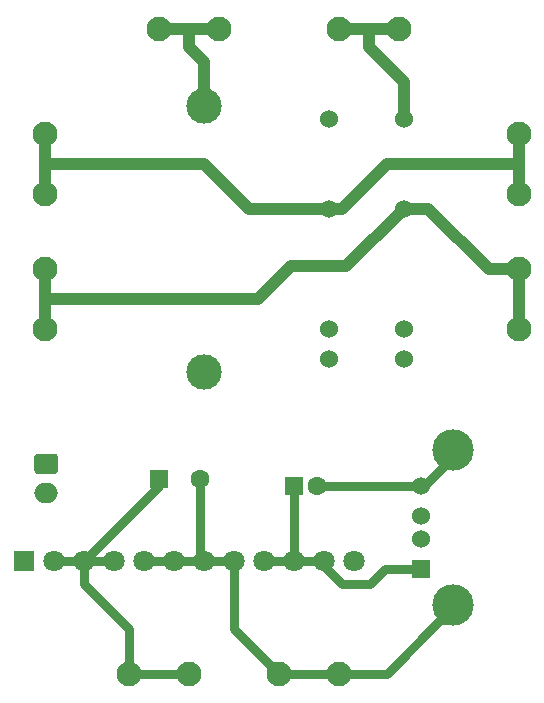
<source format=gbr>
G04 #@! TF.GenerationSoftware,KiCad,Pcbnew,5.1.8*
G04 #@! TF.CreationDate,2021-01-06T23:59:26-05:00*
G04 #@! TF.ProjectId,VoronV0WiringHelper,566f726f-6e56-4305-9769-72696e674865,0*
G04 #@! TF.SameCoordinates,Original*
G04 #@! TF.FileFunction,Copper,L2,Bot*
G04 #@! TF.FilePolarity,Positive*
%FSLAX46Y46*%
G04 Gerber Fmt 4.6, Leading zero omitted, Abs format (unit mm)*
G04 Created by KiCad (PCBNEW 5.1.8) date 2021-01-06 23:59:26*
%MOMM*%
%LPD*%
G01*
G04 APERTURE LIST*
G04 #@! TA.AperFunction,ComponentPad*
%ADD10C,1.800000*%
G04 #@! TD*
G04 #@! TA.AperFunction,ComponentPad*
%ADD11R,1.800000X1.800000*%
G04 #@! TD*
G04 #@! TA.AperFunction,ComponentPad*
%ADD12C,1.524000*%
G04 #@! TD*
G04 #@! TA.AperFunction,ComponentPad*
%ADD13R,1.524000X1.524000*%
G04 #@! TD*
G04 #@! TA.AperFunction,ComponentPad*
%ADD14C,3.500000*%
G04 #@! TD*
G04 #@! TA.AperFunction,ComponentPad*
%ADD15C,2.100000*%
G04 #@! TD*
G04 #@! TA.AperFunction,ComponentPad*
%ADD16R,1.600000X1.600000*%
G04 #@! TD*
G04 #@! TA.AperFunction,ComponentPad*
%ADD17C,1.600000*%
G04 #@! TD*
G04 #@! TA.AperFunction,ComponentPad*
%ADD18O,2.000000X1.700000*%
G04 #@! TD*
G04 #@! TA.AperFunction,ComponentPad*
%ADD19C,3.000000*%
G04 #@! TD*
G04 #@! TA.AperFunction,Conductor*
%ADD20C,1.016000*%
G04 #@! TD*
G04 #@! TA.AperFunction,Conductor*
%ADD21C,0.762000*%
G04 #@! TD*
G04 APERTURE END LIST*
D10*
G04 #@! TO.P,PS1,12*
G04 #@! TO.N,Net-(PS1-Pad12)*
X154940000Y-113665000D03*
G04 #@! TO.P,PS1,11*
G04 #@! TO.N,+5V*
X152400000Y-113665000D03*
G04 #@! TO.P,PS1,10*
X149860000Y-113665000D03*
G04 #@! TO.P,PS1,9*
X147320000Y-113665000D03*
G04 #@! TO.P,PS1,8*
G04 #@! TO.N,GND*
X144780000Y-113665000D03*
G04 #@! TO.P,PS1,7*
X142240000Y-113665000D03*
G04 #@! TO.P,PS1,6*
X139700000Y-113665000D03*
G04 #@! TO.P,PS1,5*
X137160000Y-113665000D03*
G04 #@! TO.P,PS1,4*
G04 #@! TO.N,+24V*
X134620000Y-113665000D03*
G04 #@! TO.P,PS1,3*
X132080000Y-113665000D03*
G04 #@! TO.P,PS1,2*
X129540000Y-113665000D03*
D11*
G04 #@! TO.P,PS1,1*
G04 #@! TO.N,Net-(PS1-Pad1)*
X127000000Y-113665000D03*
G04 #@! TD*
D12*
G04 #@! TO.P,U1,4*
G04 #@! TO.N,Net-(F1-Pad1)*
X152819100Y-76187300D03*
G04 #@! TO.P,U1,3*
G04 #@! TO.N,Net-(J1-Pad1)*
X152819100Y-83807300D03*
G04 #@! TO.P,U1,2*
G04 #@! TO.N,/BED_CTRL+*
X152819100Y-93967300D03*
G04 #@! TO.P,U1,1*
G04 #@! TO.N,/BED_CTRL-*
X152819100Y-96507300D03*
G04 #@! TD*
G04 #@! TO.P,U2,4*
G04 #@! TO.N,Net-(J6-Pad1)*
X159169100Y-76187300D03*
G04 #@! TO.P,U2,3*
G04 #@! TO.N,Net-(J3-Pad1)*
X159169100Y-83807300D03*
G04 #@! TO.P,U2,2*
G04 #@! TO.N,/BED_CTRL+*
X159169100Y-93967300D03*
G04 #@! TO.P,U2,1*
G04 #@! TO.N,/BED_CTRL-*
X159169100Y-96507300D03*
G04 #@! TD*
G04 #@! TO.P,J10,4*
G04 #@! TO.N,GND*
X160655000Y-107300000D03*
G04 #@! TO.P,J10,3*
G04 #@! TO.N,Net-(J10-Pad3)*
X160655000Y-109800000D03*
G04 #@! TO.P,J10,2*
G04 #@! TO.N,Net-(J10-Pad2)*
X160655000Y-111800000D03*
D13*
G04 #@! TO.P,J10,1*
G04 #@! TO.N,+5V*
X160655000Y-114300000D03*
D14*
G04 #@! TO.P,J10,5*
G04 #@! TO.N,GND*
X163365000Y-117370000D03*
X163365000Y-104230000D03*
G04 #@! TD*
D15*
G04 #@! TO.P,J8,1*
G04 #@! TO.N,+24V*
X140970000Y-123190000D03*
X135890000Y-123190000D03*
G04 #@! TD*
G04 #@! TO.P,J1,1*
G04 #@! TO.N,Net-(J1-Pad1)*
X128778000Y-77470000D03*
X128778000Y-82550000D03*
G04 #@! TD*
G04 #@! TO.P,J3,1*
G04 #@! TO.N,Net-(J3-Pad1)*
X128778000Y-88900000D03*
X128778000Y-93980000D03*
G04 #@! TD*
G04 #@! TO.P,J5,1*
G04 #@! TO.N,Net-(F1-Pad2)*
X138430000Y-68580000D03*
X143510000Y-68580000D03*
G04 #@! TD*
G04 #@! TO.P,J6,1*
G04 #@! TO.N,Net-(J6-Pad1)*
X153670000Y-68580000D03*
X158750000Y-68580000D03*
G04 #@! TD*
G04 #@! TO.P,J2,1*
G04 #@! TO.N,Net-(J1-Pad1)*
X168910000Y-82550000D03*
X168910000Y-77470000D03*
G04 #@! TD*
G04 #@! TO.P,J4,1*
G04 #@! TO.N,Net-(J3-Pad1)*
X168910000Y-93980000D03*
X168910000Y-88900000D03*
G04 #@! TD*
G04 #@! TO.P,J9,1*
G04 #@! TO.N,GND*
X153670000Y-123190000D03*
X148590000Y-123190000D03*
G04 #@! TD*
D16*
G04 #@! TO.P,C2,1*
G04 #@! TO.N,+5V*
X149860000Y-107315000D03*
D17*
G04 #@! TO.P,C2,2*
G04 #@! TO.N,GND*
X151860000Y-107315000D03*
G04 #@! TD*
D18*
G04 #@! TO.P,J7,2*
G04 #@! TO.N,/BED_CTRL-*
X128905000Y-107910000D03*
G04 #@! TO.P,J7,1*
G04 #@! TO.N,/BED_CTRL+*
G04 #@! TA.AperFunction,ComponentPad*
G36*
G01*
X128155000Y-104560000D02*
X129655000Y-104560000D01*
G75*
G02*
X129905000Y-104810000I0J-250000D01*
G01*
X129905000Y-106010000D01*
G75*
G02*
X129655000Y-106260000I-250000J0D01*
G01*
X128155000Y-106260000D01*
G75*
G02*
X127905000Y-106010000I0J250000D01*
G01*
X127905000Y-104810000D01*
G75*
G02*
X128155000Y-104560000I250000J0D01*
G01*
G37*
G04 #@! TD.AperFunction*
G04 #@! TD*
D16*
G04 #@! TO.P,C1,1*
G04 #@! TO.N,+24V*
X138430000Y-106680000D03*
D17*
G04 #@! TO.P,C1,2*
G04 #@! TO.N,GND*
X141930000Y-106680000D03*
G04 #@! TD*
D19*
G04 #@! TO.P,F1,1*
G04 #@! TO.N,Net-(F1-Pad1)*
X142240000Y-97610000D03*
G04 #@! TO.P,F1,2*
G04 #@! TO.N,Net-(F1-Pad2)*
X142240000Y-75110000D03*
G04 #@! TD*
D20*
G04 #@! TO.N,Net-(F1-Pad2)*
X138430000Y-68580000D02*
X140970000Y-68580000D01*
X140970000Y-68580000D02*
X143510000Y-68580000D01*
X142240000Y-75110000D02*
X142240000Y-71374000D01*
X140970000Y-70104000D02*
X140970000Y-68580000D01*
X142240000Y-71374000D02*
X140970000Y-70104000D01*
D21*
G04 #@! TO.N,+24V*
X129540000Y-113665000D02*
X134620000Y-113665000D01*
X140970000Y-123190000D02*
X135890000Y-123190000D01*
X135890000Y-119380000D02*
X135890000Y-123190000D01*
X132080000Y-113665000D02*
X132080000Y-115570000D01*
X132080000Y-115570000D02*
X135890000Y-119380000D01*
X138430000Y-107315000D02*
X132080000Y-113665000D01*
X138430000Y-106680000D02*
X138430000Y-107315000D01*
G04 #@! TO.N,GND*
X137160000Y-113665000D02*
X144780000Y-113665000D01*
X153670000Y-123190000D02*
X148590000Y-123190000D01*
X144780000Y-119380000D02*
X148590000Y-123190000D01*
X144780000Y-113665000D02*
X144780000Y-119380000D01*
X141930000Y-113355000D02*
X142240000Y-113665000D01*
X141930000Y-106680000D02*
X141930000Y-113355000D01*
X160640000Y-107315000D02*
X160655000Y-107300000D01*
X151860000Y-107315000D02*
X160640000Y-107315000D01*
X160655000Y-107300000D02*
X160924000Y-107300000D01*
X163365000Y-104859000D02*
X163365000Y-104230000D01*
X160924000Y-107300000D02*
X163365000Y-104859000D01*
X162284000Y-118640000D02*
X163365000Y-118640000D01*
X153670000Y-123190000D02*
X157734000Y-123190000D01*
X157734000Y-123190000D02*
X162284000Y-118640000D01*
G04 #@! TO.N,+5V*
X147320000Y-113665000D02*
X152400000Y-113665000D01*
X149860000Y-107315000D02*
X149860000Y-113665000D01*
X156305250Y-115570000D02*
X157575250Y-114300000D01*
X153924000Y-115570000D02*
X156305250Y-115570000D01*
X152400000Y-113665000D02*
X152400000Y-114046000D01*
X157575250Y-114300000D02*
X160655000Y-114300000D01*
X152400000Y-114046000D02*
X153924000Y-115570000D01*
D20*
G04 #@! TO.N,Net-(J1-Pad1)*
X168910000Y-77470000D02*
X168910000Y-82550000D01*
X146085858Y-83807300D02*
X152819100Y-83807300D01*
X128778000Y-80010000D02*
X142288558Y-80010000D01*
X142288558Y-80010000D02*
X146085858Y-83807300D01*
X128778000Y-80010000D02*
X128778000Y-82550000D01*
X128778000Y-77470000D02*
X128778000Y-80010000D01*
X153936700Y-83807300D02*
X157734000Y-80010000D01*
X152819100Y-83807300D02*
X153936700Y-83807300D01*
X168910000Y-80010000D02*
X168910000Y-77470000D01*
X157734000Y-80010000D02*
X168910000Y-80010000D01*
G04 #@! TO.N,Net-(J3-Pad1)*
X168910000Y-88900000D02*
X168910000Y-93980000D01*
X166370000Y-88900000D02*
X168910000Y-88900000D01*
X159169100Y-83807300D02*
X161277300Y-83807300D01*
X161277300Y-83807300D02*
X166370000Y-88900000D01*
X128778000Y-91440000D02*
X128778000Y-93980000D01*
X128778000Y-88900000D02*
X128778000Y-91440000D01*
X128790701Y-91427299D02*
X128778000Y-91440000D01*
X146824701Y-91427299D02*
X128790701Y-91427299D01*
X149606000Y-88646000D02*
X146824701Y-91427299D01*
X159169100Y-83807300D02*
X154330400Y-88646000D01*
X154330400Y-88646000D02*
X149606000Y-88646000D01*
G04 #@! TO.N,Net-(J6-Pad1)*
X156210000Y-68580000D02*
X158750000Y-68580000D01*
X153670000Y-68580000D02*
X156210000Y-68580000D01*
X159169100Y-73063100D02*
X159169100Y-76187300D01*
X156210000Y-68580000D02*
X156210000Y-70104000D01*
X156210000Y-70104000D02*
X159169100Y-73063100D01*
G04 #@! TD*
M02*

</source>
